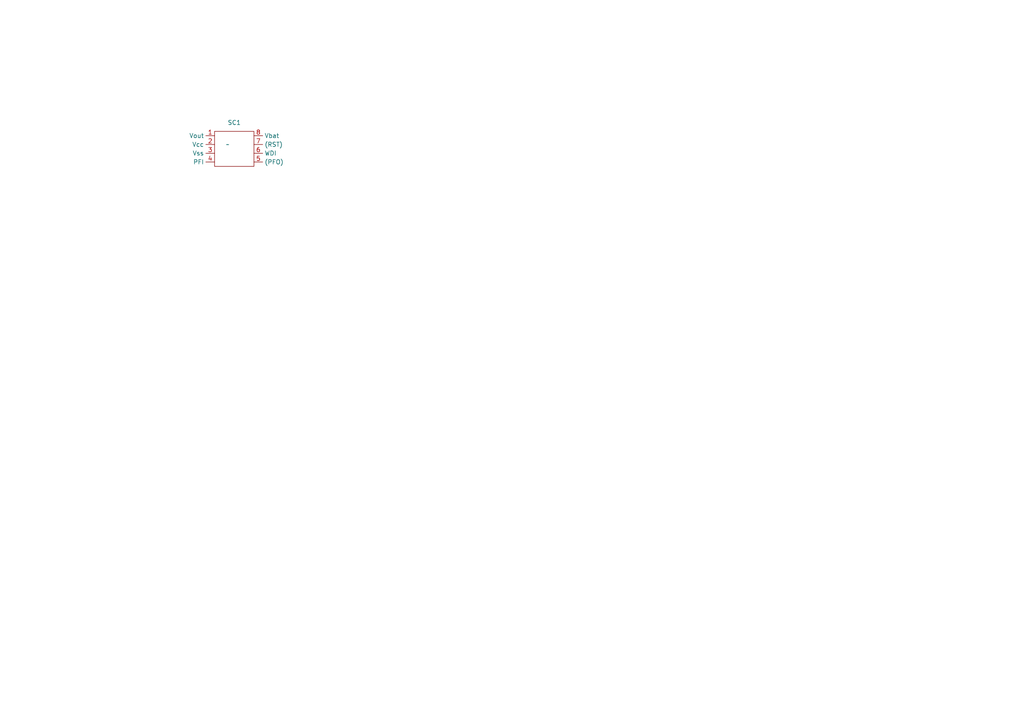
<source format=kicad_sch>
(kicad_sch (version 20230121) (generator eeschema)
  (paper "A4")
  (lib_symbols
    (symbol "SuperVisoryCircut_Library:Supervisory_Circuit"
      (property "Reference" "SC" (at 0 0 0))
      (symbol "Supervisory_Circuit_1_1"
        (rectangle (start -6.35 5.08) (end 5.08 -5.08))
        (pin output line (at -6.35 3.81 180) (length 2.54) (name "Vout") (number "1"))
        (pin input line (at -6.35 1.27 180) (length 2.54) (name "Vcc") (number "2"))
        (pin input line (at -6.35 -1.27 180) (length 2.54) (name "Vss") (number "3"))
        (pin input line (at -6.35 -3.81 180) (length 2.54) (name "PFI") (number "4"))
        (pin output line (at 5.08 -3.81 0) (length 2.54) (name "(PFO)") (number "5"))
        (pin input line (at 5.08 -1.27 0) (length 2.54) (name "WDI") (number "6"))
        (pin output line (at 5.08 1.27 0) (length 2.54) (name "(RST)") (number "7"))
        (pin input line (at 5.08 3.81 0) (length 2.54) (name "Vbat") (number "8"))
      )
    )
  )
  (symbol (lib_id "SuperVisoryCircut_Library:Supervisory_Circuit") (at 68.58 43.18 0) (unit 1)
    (property "Reference" "SC1" (at 67.945 35.56 0))
    (property "Value" "~" (at 66.04 41.91 0))
  )
)
</source>
